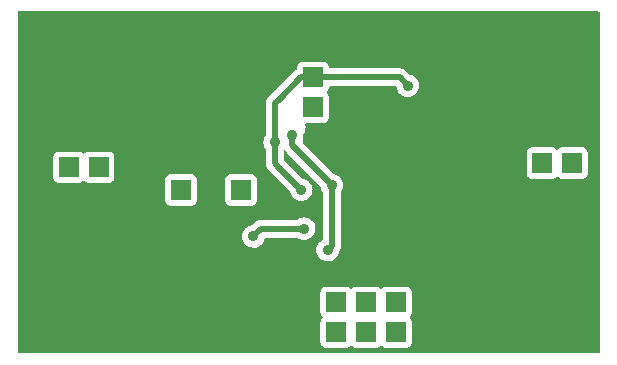
<source format=gbr>
%TF.GenerationSoftware,KiCad,Pcbnew,6.0.11+dfsg-1~bpo11+1*%
%TF.CreationDate,2023-04-12T15:09:52+00:00*%
%TF.ProjectId,PCRD01,50435244-3031-42e6-9b69-6361645f7063,01A*%
%TF.SameCoordinates,Original*%
%TF.FileFunction,Copper,L1,Top*%
%TF.FilePolarity,Positive*%
%FSLAX46Y46*%
G04 Gerber Fmt 4.6, Leading zero omitted, Abs format (unit mm)*
G04 Created by KiCad (PCBNEW 6.0.11+dfsg-1~bpo11+1) date 2023-04-12 15:09:52*
%MOMM*%
%LPD*%
G01*
G04 APERTURE LIST*
%TA.AperFunction,ComponentPad*%
%ADD10R,1.651000X1.651000*%
%TD*%
%TA.AperFunction,ComponentPad*%
%ADD11C,6.000000*%
%TD*%
%TA.AperFunction,ViaPad*%
%ADD12C,0.889000*%
%TD*%
%TA.AperFunction,Conductor*%
%ADD13C,0.400000*%
%TD*%
%TA.AperFunction,Conductor*%
%ADD14C,0.500000*%
%TD*%
G04 APERTURE END LIST*
D10*
%TO.P,J1,1,1*%
%TO.N,GND*%
X140458000Y-90709000D03*
%TO.P,J1,2,1*%
%TO.N,/+Ubias*%
X140458000Y-88169000D03*
%TO.P,J1,3,3*%
%TO.N,GND*%
X140458000Y-85629000D03*
%TO.P,J1,4*%
X137918000Y-85629000D03*
%TO.P,J1,5*%
%TO.N,/+Ubias*%
X137918000Y-88169000D03*
%TO.P,J1,6*%
%TO.N,GND*%
X137918000Y-90709000D03*
%TD*%
%TO.P,J2,1*%
%TO.N,GND*%
X158034800Y-102139000D03*
%TO.P,J2,2*%
%TO.N,V-*%
X160574800Y-102139000D03*
%TO.P,J2,3*%
%TO.N,V+*%
X163114800Y-102139000D03*
%TO.P,J2,4*%
%TO.N,V-*%
X165654800Y-102139000D03*
%TO.P,J2,5*%
%TO.N,GND*%
X168194800Y-102139000D03*
%TO.P,J2,6*%
X168194800Y-99599000D03*
%TO.P,J2,7*%
%TO.N,V-*%
X165654800Y-99599000D03*
%TO.P,J2,8*%
%TO.N,V+*%
X163114800Y-99599000D03*
%TO.P,J2,9*%
%TO.N,V-*%
X160574800Y-99599000D03*
%TO.P,J2,10*%
%TO.N,GND*%
X158034800Y-99599000D03*
%TD*%
%TO.P,J5,1,1*%
%TO.N,GND*%
X180564600Y-90353400D03*
%TO.P,J5,2,1*%
%TO.N,Net-(C14-Pad2)*%
X180564600Y-87813400D03*
%TO.P,J5,3,3*%
%TO.N,GND*%
X180564600Y-85273400D03*
%TO.P,J5,4*%
X178024600Y-85273400D03*
%TO.P,J5,5*%
%TO.N,Net-(C14-Pad2)*%
X178024600Y-87813400D03*
%TO.P,J5,6*%
%TO.N,GND*%
X178024600Y-90353400D03*
%TD*%
D11*
%TO.P,P4,1,P1*%
%TO.N,GND*%
X137918000Y-99599000D03*
%TD*%
D10*
%TO.P,J3,1,P1*%
%TO.N,/K*%
X147443000Y-90074000D03*
%TO.P,J3,2,PM*%
%TO.N,/A*%
X152523000Y-90074000D03*
%TD*%
D11*
%TO.P,P3,1,P1*%
%TO.N,GND*%
X137918000Y-79279000D03*
%TD*%
%TO.P,P1,1,P1*%
%TO.N,GND*%
X178558000Y-99599000D03*
%TD*%
%TO.P,P2,1,P1*%
%TO.N,GND*%
X178558000Y-79279000D03*
%TD*%
D10*
%TO.P,J4,1,P1*%
%TO.N,/#SHDN*%
X158619000Y-83089000D03*
%TO.P,J4,2,PM*%
%TO.N,V+*%
X158619000Y-80549000D03*
%TD*%
D12*
%TO.N,GND*%
X162657600Y-83089000D03*
X154961400Y-77196200D03*
X170684000Y-77780400D03*
X165680200Y-77297800D03*
X162683000Y-85629000D03*
X159914400Y-86391000D03*
X161184400Y-96144600D03*
X135733600Y-83698600D03*
X135733600Y-94773000D03*
X166518400Y-87356200D03*
X171293600Y-95865200D03*
X139200000Y-94600000D03*
X174951200Y-94493600D03*
X165413500Y-96360500D03*
X160955800Y-77399400D03*
X150135400Y-76764400D03*
X142210600Y-81082400D03*
%TO.N,V+*%
X157608447Y-90079311D03*
X155367800Y-86060800D03*
X166650000Y-81250000D03*
%TO.N,Net-(C4-Pad1)*%
X157857000Y-93363300D03*
X153564931Y-94014931D03*
%TO.N,V-*%
X159838200Y-95166700D03*
X160216002Y-89693000D03*
X156800000Y-85400000D03*
%TD*%
D13*
%TO.N,GND*%
X160752600Y-77196200D02*
X160955800Y-77399400D01*
X158034800Y-99599000D02*
X157298200Y-99599000D01*
X135733600Y-83698600D02*
X135987600Y-83698600D01*
X165197600Y-96144600D02*
X165413500Y-96360500D01*
%TO.N,V+*%
X159844500Y-80549000D02*
X160689748Y-80549000D01*
D14*
X166650000Y-81250000D02*
X165949000Y-80549000D01*
X155367800Y-86060800D02*
X155367800Y-82758800D01*
D13*
X158619000Y-80549000D02*
X159844500Y-80549000D01*
D14*
X155367800Y-87838664D02*
X155668517Y-88139381D01*
X155367800Y-86060800D02*
X155367800Y-87838664D01*
X157608447Y-90079311D02*
X155668517Y-88139381D01*
X158619000Y-80549000D02*
X165949000Y-80549000D01*
X155367800Y-82758800D02*
X155692499Y-82434101D01*
X155692499Y-82434101D02*
X157577600Y-80549000D01*
X160689748Y-80549000D02*
X157577600Y-80549000D01*
X165949000Y-80549000D02*
X160689748Y-80549000D01*
%TO.N,Net-(C4-Pad1)*%
X153564931Y-94014931D02*
X154216562Y-93363300D01*
X154216562Y-93363300D02*
X157857000Y-93363300D01*
%TO.N,V-*%
X160216002Y-89693000D02*
X160216002Y-94788898D01*
X156800000Y-85400000D02*
X156800000Y-86276998D01*
X160216002Y-94788898D02*
X159838200Y-95166700D01*
X156800000Y-86276998D02*
X160216002Y-89693000D01*
%TD*%
%TA.AperFunction,Conductor*%
%TO.N,GND*%
G36*
X182832691Y-74982407D02*
G01*
X182868655Y-75031907D01*
X182873500Y-75062500D01*
X182873500Y-103815500D01*
X182854593Y-103873691D01*
X182805093Y-103909655D01*
X182774500Y-103914500D01*
X133701500Y-103914500D01*
X133643309Y-103895593D01*
X133607345Y-103846093D01*
X133602500Y-103815500D01*
X133602500Y-103012634D01*
X159240800Y-103012634D01*
X159247555Y-103074816D01*
X159298685Y-103211205D01*
X159386039Y-103327761D01*
X159502595Y-103415115D01*
X159638984Y-103466245D01*
X159645156Y-103466915D01*
X159645158Y-103466916D01*
X159681137Y-103470824D01*
X159701166Y-103473000D01*
X161448434Y-103473000D01*
X161468463Y-103470824D01*
X161504442Y-103466916D01*
X161504444Y-103466915D01*
X161510616Y-103466245D01*
X161647005Y-103415115D01*
X161763561Y-103327761D01*
X161767791Y-103322117D01*
X161772778Y-103317130D01*
X161774463Y-103318815D01*
X161815601Y-103289845D01*
X161876780Y-103290748D01*
X161915252Y-103318700D01*
X161916822Y-103317130D01*
X161921809Y-103322117D01*
X161926039Y-103327761D01*
X162042595Y-103415115D01*
X162178984Y-103466245D01*
X162185156Y-103466915D01*
X162185158Y-103466916D01*
X162221137Y-103470824D01*
X162241166Y-103473000D01*
X163988434Y-103473000D01*
X164008463Y-103470824D01*
X164044442Y-103466916D01*
X164044444Y-103466915D01*
X164050616Y-103466245D01*
X164187005Y-103415115D01*
X164303561Y-103327761D01*
X164307791Y-103322117D01*
X164312778Y-103317130D01*
X164314463Y-103318815D01*
X164355601Y-103289845D01*
X164416780Y-103290748D01*
X164455252Y-103318700D01*
X164456822Y-103317130D01*
X164461809Y-103322117D01*
X164466039Y-103327761D01*
X164582595Y-103415115D01*
X164718984Y-103466245D01*
X164725156Y-103466915D01*
X164725158Y-103466916D01*
X164761137Y-103470824D01*
X164781166Y-103473000D01*
X166528434Y-103473000D01*
X166548463Y-103470824D01*
X166584442Y-103466916D01*
X166584444Y-103466915D01*
X166590616Y-103466245D01*
X166727005Y-103415115D01*
X166843561Y-103327761D01*
X166930915Y-103211205D01*
X166982045Y-103074816D01*
X166988800Y-103012634D01*
X166988800Y-101265366D01*
X166982045Y-101203184D01*
X166930915Y-101066795D01*
X166843561Y-100950239D01*
X166837917Y-100946009D01*
X166832930Y-100941022D01*
X166834615Y-100939337D01*
X166805645Y-100898199D01*
X166806548Y-100837020D01*
X166834500Y-100798548D01*
X166832930Y-100796978D01*
X166837917Y-100791991D01*
X166843561Y-100787761D01*
X166930915Y-100671205D01*
X166982045Y-100534816D01*
X166988800Y-100472634D01*
X166988800Y-98725366D01*
X166982045Y-98663184D01*
X166930915Y-98526795D01*
X166843561Y-98410239D01*
X166727005Y-98322885D01*
X166590616Y-98271755D01*
X166584444Y-98271085D01*
X166584442Y-98271084D01*
X166548463Y-98267176D01*
X166528434Y-98265000D01*
X164781166Y-98265000D01*
X164761137Y-98267176D01*
X164725158Y-98271084D01*
X164725156Y-98271085D01*
X164718984Y-98271755D01*
X164582595Y-98322885D01*
X164466039Y-98410239D01*
X164461809Y-98415883D01*
X164456822Y-98420870D01*
X164455137Y-98419185D01*
X164413999Y-98448155D01*
X164352820Y-98447252D01*
X164314348Y-98419300D01*
X164312778Y-98420870D01*
X164307791Y-98415883D01*
X164303561Y-98410239D01*
X164187005Y-98322885D01*
X164050616Y-98271755D01*
X164044444Y-98271085D01*
X164044442Y-98271084D01*
X164008463Y-98267176D01*
X163988434Y-98265000D01*
X162241166Y-98265000D01*
X162221137Y-98267176D01*
X162185158Y-98271084D01*
X162185156Y-98271085D01*
X162178984Y-98271755D01*
X162042595Y-98322885D01*
X161926039Y-98410239D01*
X161921809Y-98415883D01*
X161916822Y-98420870D01*
X161915137Y-98419185D01*
X161873999Y-98448155D01*
X161812820Y-98447252D01*
X161774348Y-98419300D01*
X161772778Y-98420870D01*
X161767791Y-98415883D01*
X161763561Y-98410239D01*
X161647005Y-98322885D01*
X161510616Y-98271755D01*
X161504444Y-98271085D01*
X161504442Y-98271084D01*
X161468463Y-98267176D01*
X161448434Y-98265000D01*
X159701166Y-98265000D01*
X159681137Y-98267176D01*
X159645158Y-98271084D01*
X159645156Y-98271085D01*
X159638984Y-98271755D01*
X159502595Y-98322885D01*
X159386039Y-98410239D01*
X159298685Y-98526795D01*
X159247555Y-98663184D01*
X159240800Y-98725366D01*
X159240800Y-100472634D01*
X159247555Y-100534816D01*
X159298685Y-100671205D01*
X159386039Y-100787761D01*
X159391683Y-100791991D01*
X159396670Y-100796978D01*
X159394985Y-100798663D01*
X159423955Y-100839801D01*
X159423052Y-100900980D01*
X159395100Y-100939452D01*
X159396670Y-100941022D01*
X159391683Y-100946009D01*
X159386039Y-100950239D01*
X159298685Y-101066795D01*
X159247555Y-101203184D01*
X159240800Y-101265366D01*
X159240800Y-103012634D01*
X133602500Y-103012634D01*
X133602500Y-94001561D01*
X152607413Y-94001561D01*
X152607818Y-94006381D01*
X152621712Y-94171838D01*
X152623052Y-94187798D01*
X152674567Y-94367451D01*
X152759995Y-94533677D01*
X152876083Y-94680143D01*
X152879763Y-94683275D01*
X152879765Y-94683277D01*
X152912795Y-94711388D01*
X153018409Y-94801273D01*
X153022631Y-94803633D01*
X153022636Y-94803636D01*
X153058124Y-94823469D01*
X153181552Y-94892450D01*
X153186150Y-94893944D01*
X153354693Y-94948707D01*
X153354695Y-94948708D01*
X153359298Y-94950203D01*
X153544876Y-94972332D01*
X153549698Y-94971961D01*
X153549701Y-94971961D01*
X153610697Y-94967267D01*
X153731218Y-94957994D01*
X153911227Y-94907735D01*
X153915545Y-94905554D01*
X154073724Y-94825652D01*
X154073726Y-94825651D01*
X154078045Y-94823469D01*
X154225318Y-94708406D01*
X154228480Y-94704743D01*
X154228485Y-94704738D01*
X154344274Y-94570594D01*
X154347438Y-94566929D01*
X154364173Y-94537471D01*
X154437363Y-94408632D01*
X154437364Y-94408629D01*
X154439752Y-94404426D01*
X154498745Y-94227088D01*
X154501107Y-94208392D01*
X154527158Y-94153030D01*
X154580775Y-94123554D01*
X154599326Y-94121800D01*
X157241339Y-94121800D01*
X157299530Y-94140707D01*
X157305501Y-94145406D01*
X157310478Y-94149642D01*
X157314700Y-94152002D01*
X157314705Y-94152005D01*
X157387069Y-94192447D01*
X157473621Y-94240819D01*
X157478219Y-94242313D01*
X157646762Y-94297076D01*
X157646764Y-94297077D01*
X157651367Y-94298572D01*
X157836945Y-94320701D01*
X157841767Y-94320330D01*
X157841770Y-94320330D01*
X157902766Y-94315636D01*
X158023287Y-94306363D01*
X158203296Y-94256104D01*
X158207614Y-94253923D01*
X158365793Y-94174021D01*
X158365795Y-94174020D01*
X158370114Y-94171838D01*
X158517387Y-94056775D01*
X158520549Y-94053112D01*
X158520554Y-94053107D01*
X158636343Y-93918963D01*
X158639507Y-93915298D01*
X158693277Y-93820646D01*
X158729432Y-93757001D01*
X158729433Y-93756998D01*
X158731821Y-93752795D01*
X158768577Y-93642305D01*
X158789287Y-93580048D01*
X158789288Y-93580046D01*
X158790814Y-93575457D01*
X158814238Y-93390038D01*
X158814611Y-93363300D01*
X158796373Y-93177299D01*
X158742355Y-92998383D01*
X158654615Y-92833366D01*
X158536493Y-92688535D01*
X158530558Y-92683625D01*
X158396216Y-92572488D01*
X158396214Y-92572487D01*
X158392489Y-92569405D01*
X158228089Y-92480514D01*
X158049554Y-92425248D01*
X158044744Y-92424742D01*
X158044742Y-92424742D01*
X157868501Y-92406218D01*
X157868499Y-92406218D01*
X157863685Y-92405712D01*
X157803781Y-92411164D01*
X157682382Y-92422212D01*
X157682379Y-92422213D01*
X157677562Y-92422651D01*
X157672920Y-92424017D01*
X157672916Y-92424018D01*
X157502920Y-92474051D01*
X157502917Y-92474052D01*
X157498273Y-92475419D01*
X157332647Y-92562005D01*
X157328871Y-92565041D01*
X157328868Y-92565043D01*
X157306592Y-92582954D01*
X157244558Y-92604800D01*
X154281583Y-92604800D01*
X154266694Y-92603674D01*
X154248902Y-92600967D01*
X154248898Y-92600967D01*
X154243213Y-92600102D01*
X154191386Y-92604317D01*
X154189458Y-92604474D01*
X154181433Y-92604800D01*
X154172269Y-92604800D01*
X154169425Y-92605132D01*
X154169417Y-92605132D01*
X154143572Y-92608145D01*
X154140136Y-92608485D01*
X154072661Y-92613973D01*
X154072657Y-92613974D01*
X154066925Y-92614440D01*
X154061452Y-92616213D01*
X154055813Y-92617340D01*
X154055791Y-92617230D01*
X154052166Y-92618020D01*
X154052192Y-92618129D01*
X154046596Y-92619452D01*
X154040881Y-92620118D01*
X154035473Y-92622081D01*
X153971822Y-92645185D01*
X153968554Y-92646307D01*
X153915708Y-92663427D01*
X153898663Y-92668949D01*
X153893748Y-92671932D01*
X153888516Y-92674327D01*
X153888470Y-92674226D01*
X153885124Y-92675828D01*
X153885175Y-92675930D01*
X153880039Y-92678502D01*
X153874625Y-92680467D01*
X153869809Y-92683624D01*
X153869808Y-92683625D01*
X153813209Y-92720733D01*
X153810287Y-92722577D01*
X153751227Y-92758415D01*
X153751223Y-92758418D01*
X153747454Y-92760705D01*
X153739078Y-92768103D01*
X153738958Y-92767967D01*
X153735800Y-92770446D01*
X153735931Y-92770602D01*
X153731518Y-92774292D01*
X153726710Y-92777444D01*
X153722757Y-92781617D01*
X153673218Y-92833911D01*
X153671351Y-92835830D01*
X153462986Y-93044195D01*
X153408469Y-93071972D01*
X153401954Y-93072784D01*
X153390312Y-93073843D01*
X153390307Y-93073844D01*
X153385493Y-93074282D01*
X153316136Y-93094695D01*
X153210851Y-93125682D01*
X153210848Y-93125683D01*
X153206204Y-93127050D01*
X153040578Y-93213636D01*
X153036802Y-93216672D01*
X153036799Y-93216674D01*
X152898698Y-93327711D01*
X152894926Y-93330744D01*
X152891817Y-93334449D01*
X152891814Y-93334452D01*
X152869923Y-93360541D01*
X152774793Y-93473912D01*
X152772461Y-93478155D01*
X152772459Y-93478157D01*
X152716445Y-93580048D01*
X152684757Y-93637688D01*
X152683294Y-93642301D01*
X152683292Y-93642305D01*
X152629710Y-93811215D01*
X152629709Y-93811221D01*
X152628246Y-93815832D01*
X152607413Y-94001561D01*
X133602500Y-94001561D01*
X133602500Y-90947634D01*
X146109000Y-90947634D01*
X146109289Y-90950293D01*
X146111423Y-90969934D01*
X146115755Y-91009816D01*
X146166885Y-91146205D01*
X146254239Y-91262761D01*
X146370795Y-91350115D01*
X146507184Y-91401245D01*
X146513356Y-91401915D01*
X146513358Y-91401916D01*
X146549337Y-91405824D01*
X146569366Y-91408000D01*
X148316634Y-91408000D01*
X148336663Y-91405824D01*
X148372642Y-91401916D01*
X148372644Y-91401915D01*
X148378816Y-91401245D01*
X148515205Y-91350115D01*
X148631761Y-91262761D01*
X148719115Y-91146205D01*
X148770245Y-91009816D01*
X148774578Y-90969934D01*
X148776711Y-90950293D01*
X148777000Y-90947634D01*
X151189000Y-90947634D01*
X151189289Y-90950293D01*
X151191423Y-90969934D01*
X151195755Y-91009816D01*
X151246885Y-91146205D01*
X151334239Y-91262761D01*
X151450795Y-91350115D01*
X151587184Y-91401245D01*
X151593356Y-91401915D01*
X151593358Y-91401916D01*
X151629337Y-91405824D01*
X151649366Y-91408000D01*
X153396634Y-91408000D01*
X153416663Y-91405824D01*
X153452642Y-91401916D01*
X153452644Y-91401915D01*
X153458816Y-91401245D01*
X153595205Y-91350115D01*
X153711761Y-91262761D01*
X153799115Y-91146205D01*
X153850245Y-91009816D01*
X153854578Y-90969934D01*
X153856711Y-90950293D01*
X153857000Y-90947634D01*
X153857000Y-89200366D01*
X153850245Y-89138184D01*
X153799115Y-89001795D01*
X153722153Y-88899105D01*
X153715991Y-88890883D01*
X153711761Y-88885239D01*
X153595205Y-88797885D01*
X153458816Y-88746755D01*
X153452644Y-88746085D01*
X153452642Y-88746084D01*
X153416663Y-88742176D01*
X153396634Y-88740000D01*
X151649366Y-88740000D01*
X151629337Y-88742176D01*
X151593358Y-88746084D01*
X151593356Y-88746085D01*
X151587184Y-88746755D01*
X151450795Y-88797885D01*
X151334239Y-88885239D01*
X151330009Y-88890883D01*
X151323847Y-88899105D01*
X151246885Y-89001795D01*
X151195755Y-89138184D01*
X151189000Y-89200366D01*
X151189000Y-90947634D01*
X148777000Y-90947634D01*
X148777000Y-89200366D01*
X148770245Y-89138184D01*
X148719115Y-89001795D01*
X148642153Y-88899105D01*
X148635991Y-88890883D01*
X148631761Y-88885239D01*
X148515205Y-88797885D01*
X148378816Y-88746755D01*
X148372644Y-88746085D01*
X148372642Y-88746084D01*
X148336663Y-88742176D01*
X148316634Y-88740000D01*
X146569366Y-88740000D01*
X146549337Y-88742176D01*
X146513358Y-88746084D01*
X146513356Y-88746085D01*
X146507184Y-88746755D01*
X146370795Y-88797885D01*
X146254239Y-88885239D01*
X146250009Y-88890883D01*
X146243847Y-88899105D01*
X146166885Y-89001795D01*
X146115755Y-89138184D01*
X146109000Y-89200366D01*
X146109000Y-90947634D01*
X133602500Y-90947634D01*
X133602500Y-89042634D01*
X136584000Y-89042634D01*
X136584289Y-89045293D01*
X136589362Y-89091989D01*
X136590755Y-89104816D01*
X136641885Y-89241205D01*
X136729239Y-89357761D01*
X136845795Y-89445115D01*
X136982184Y-89496245D01*
X136988356Y-89496915D01*
X136988358Y-89496916D01*
X137024337Y-89500824D01*
X137044366Y-89503000D01*
X138791634Y-89503000D01*
X138811663Y-89500824D01*
X138847642Y-89496916D01*
X138847644Y-89496915D01*
X138853816Y-89496245D01*
X138990205Y-89445115D01*
X139106761Y-89357761D01*
X139110991Y-89352117D01*
X139115978Y-89347130D01*
X139117663Y-89348815D01*
X139158801Y-89319845D01*
X139219980Y-89320748D01*
X139258452Y-89348700D01*
X139260022Y-89347130D01*
X139265009Y-89352117D01*
X139269239Y-89357761D01*
X139385795Y-89445115D01*
X139522184Y-89496245D01*
X139528356Y-89496915D01*
X139528358Y-89496916D01*
X139564337Y-89500824D01*
X139584366Y-89503000D01*
X141331634Y-89503000D01*
X141351663Y-89500824D01*
X141387642Y-89496916D01*
X141387644Y-89496915D01*
X141393816Y-89496245D01*
X141530205Y-89445115D01*
X141646761Y-89357761D01*
X141734115Y-89241205D01*
X141785245Y-89104816D01*
X141786639Y-89091989D01*
X141791711Y-89045293D01*
X141792000Y-89042634D01*
X141792000Y-87295366D01*
X141785245Y-87233184D01*
X141734115Y-87096795D01*
X141646761Y-86980239D01*
X141530205Y-86892885D01*
X141393816Y-86841755D01*
X141387644Y-86841085D01*
X141387642Y-86841084D01*
X141351663Y-86837176D01*
X141331634Y-86835000D01*
X139584366Y-86835000D01*
X139564337Y-86837176D01*
X139528358Y-86841084D01*
X139528356Y-86841085D01*
X139522184Y-86841755D01*
X139385795Y-86892885D01*
X139269239Y-86980239D01*
X139265009Y-86985883D01*
X139260022Y-86990870D01*
X139258337Y-86989185D01*
X139217199Y-87018155D01*
X139156020Y-87017252D01*
X139117548Y-86989300D01*
X139115978Y-86990870D01*
X139110991Y-86985883D01*
X139106761Y-86980239D01*
X138990205Y-86892885D01*
X138853816Y-86841755D01*
X138847644Y-86841085D01*
X138847642Y-86841084D01*
X138811663Y-86837176D01*
X138791634Y-86835000D01*
X137044366Y-86835000D01*
X137024337Y-86837176D01*
X136988358Y-86841084D01*
X136988356Y-86841085D01*
X136982184Y-86841755D01*
X136845795Y-86892885D01*
X136729239Y-86980239D01*
X136641885Y-87096795D01*
X136590755Y-87233184D01*
X136584000Y-87295366D01*
X136584000Y-89042634D01*
X133602500Y-89042634D01*
X133602500Y-86047430D01*
X154410282Y-86047430D01*
X154425921Y-86233667D01*
X154477436Y-86413320D01*
X154562864Y-86579546D01*
X154565875Y-86583344D01*
X154565875Y-86583345D01*
X154587885Y-86611114D01*
X154609300Y-86672608D01*
X154609300Y-87773637D01*
X154608174Y-87788526D01*
X154604601Y-87812013D01*
X154605068Y-87817749D01*
X154608974Y-87865776D01*
X154609300Y-87873802D01*
X154609300Y-87882957D01*
X154609632Y-87885802D01*
X154609632Y-87885808D01*
X154612644Y-87911644D01*
X154612984Y-87915080D01*
X154618940Y-87988301D01*
X154620714Y-87993776D01*
X154621840Y-87999413D01*
X154621730Y-87999435D01*
X154622520Y-88003060D01*
X154622629Y-88003034D01*
X154623952Y-88008630D01*
X154624618Y-88014345D01*
X154626581Y-88019753D01*
X154649685Y-88083404D01*
X154650807Y-88086672D01*
X154673449Y-88156563D01*
X154676432Y-88161478D01*
X154678827Y-88166710D01*
X154678726Y-88166756D01*
X154680328Y-88170102D01*
X154680430Y-88170051D01*
X154683002Y-88175186D01*
X154684967Y-88180601D01*
X154688125Y-88185417D01*
X154725246Y-88242036D01*
X154727087Y-88244955D01*
X154765205Y-88307771D01*
X154768125Y-88311077D01*
X154772603Y-88316148D01*
X154772455Y-88316279D01*
X154774936Y-88319434D01*
X154775102Y-88319295D01*
X154778792Y-88323708D01*
X154781944Y-88328516D01*
X154786117Y-88332469D01*
X154838411Y-88382008D01*
X154840330Y-88383875D01*
X156637095Y-90180640D01*
X156664872Y-90235157D01*
X156665744Y-90242362D01*
X156666568Y-90252178D01*
X156718083Y-90431831D01*
X156803511Y-90598057D01*
X156919599Y-90744523D01*
X156923279Y-90747655D01*
X156923281Y-90747657D01*
X156956311Y-90775768D01*
X157061925Y-90865653D01*
X157066147Y-90868013D01*
X157066152Y-90868016D01*
X157101640Y-90887849D01*
X157225068Y-90956830D01*
X157229666Y-90958324D01*
X157398209Y-91013087D01*
X157398211Y-91013088D01*
X157402814Y-91014583D01*
X157588392Y-91036712D01*
X157593214Y-91036341D01*
X157593217Y-91036341D01*
X157654213Y-91031647D01*
X157774734Y-91022374D01*
X157954743Y-90972115D01*
X157959061Y-90969934D01*
X158117240Y-90890032D01*
X158117242Y-90890031D01*
X158121561Y-90887849D01*
X158268834Y-90772786D01*
X158271996Y-90769123D01*
X158272001Y-90769118D01*
X158387790Y-90634974D01*
X158390954Y-90631309D01*
X158407689Y-90601851D01*
X158480879Y-90473012D01*
X158480880Y-90473009D01*
X158483268Y-90468806D01*
X158497118Y-90427174D01*
X158540734Y-90296059D01*
X158540735Y-90296057D01*
X158542261Y-90291468D01*
X158547834Y-90247358D01*
X158565337Y-90108801D01*
X158565685Y-90106049D01*
X158566058Y-90079311D01*
X158547820Y-89893310D01*
X158493802Y-89714394D01*
X158406062Y-89549377D01*
X158287940Y-89404546D01*
X158236500Y-89361991D01*
X158147663Y-89288499D01*
X158147661Y-89288498D01*
X158143936Y-89285416D01*
X157979536Y-89196525D01*
X157859321Y-89159312D01*
X157805622Y-89142689D01*
X157805618Y-89142688D01*
X157801001Y-89141259D01*
X157796192Y-89140754D01*
X157796189Y-89140753D01*
X157785265Y-89139605D01*
X157771140Y-89138121D01*
X157711484Y-89109667D01*
X156155296Y-87553479D01*
X156127519Y-87498962D01*
X156126300Y-87483475D01*
X156126300Y-86807671D01*
X156145207Y-86749480D01*
X156194707Y-86713516D01*
X156255893Y-86713516D01*
X156305393Y-86749480D01*
X156319481Y-86777160D01*
X156334609Y-86823857D01*
X156337592Y-86828772D01*
X156339987Y-86834004D01*
X156339886Y-86834050D01*
X156341488Y-86837396D01*
X156341590Y-86837345D01*
X156344162Y-86842480D01*
X156346127Y-86847895D01*
X156349285Y-86852711D01*
X156386406Y-86909330D01*
X156388247Y-86912249D01*
X156426365Y-86975065D01*
X156433763Y-86983442D01*
X156433615Y-86983573D01*
X156436096Y-86986728D01*
X156436262Y-86986589D01*
X156439952Y-86991002D01*
X156443104Y-86995810D01*
X156447277Y-86999763D01*
X156499571Y-87049302D01*
X156501490Y-87051169D01*
X159244650Y-89794329D01*
X159272427Y-89848846D01*
X159273299Y-89856051D01*
X159274123Y-89865867D01*
X159325638Y-90045520D01*
X159411066Y-90211746D01*
X159414077Y-90215544D01*
X159414077Y-90215545D01*
X159436087Y-90243314D01*
X159457502Y-90304808D01*
X159457502Y-94230348D01*
X159438595Y-94288539D01*
X159404368Y-94318082D01*
X159318144Y-94363158D01*
X159318139Y-94363161D01*
X159313847Y-94365405D01*
X159310071Y-94368441D01*
X159310068Y-94368443D01*
X159171967Y-94479480D01*
X159168195Y-94482513D01*
X159165086Y-94486218D01*
X159165083Y-94486221D01*
X159128880Y-94529366D01*
X159048062Y-94625681D01*
X159045730Y-94629924D01*
X159045728Y-94629926D01*
X158964514Y-94777656D01*
X158958026Y-94789457D01*
X158956563Y-94794070D01*
X158956561Y-94794074D01*
X158902979Y-94962984D01*
X158902978Y-94962990D01*
X158901515Y-94967601D01*
X158900975Y-94972415D01*
X158892929Y-95044150D01*
X158880682Y-95153330D01*
X158881087Y-95158150D01*
X158894903Y-95322675D01*
X158896321Y-95339567D01*
X158947836Y-95519220D01*
X159033264Y-95685446D01*
X159149352Y-95831912D01*
X159153032Y-95835044D01*
X159153034Y-95835046D01*
X159186064Y-95863157D01*
X159291678Y-95953042D01*
X159295900Y-95955402D01*
X159295905Y-95955405D01*
X159331393Y-95975238D01*
X159454821Y-96044219D01*
X159459419Y-96045713D01*
X159627962Y-96100476D01*
X159627964Y-96100477D01*
X159632567Y-96101972D01*
X159818145Y-96124101D01*
X159822967Y-96123730D01*
X159822970Y-96123730D01*
X159883966Y-96119036D01*
X160004487Y-96109763D01*
X160184496Y-96059504D01*
X160188814Y-96057323D01*
X160346993Y-95977421D01*
X160346995Y-95977420D01*
X160351314Y-95975238D01*
X160498587Y-95860175D01*
X160501749Y-95856512D01*
X160501754Y-95856507D01*
X160617543Y-95722363D01*
X160620707Y-95718698D01*
X160637442Y-95689240D01*
X160710632Y-95560401D01*
X160710633Y-95560398D01*
X160713021Y-95556195D01*
X160772014Y-95378857D01*
X160772621Y-95374053D01*
X160779112Y-95322675D01*
X160799684Y-95273668D01*
X160801594Y-95271254D01*
X160803736Y-95268641D01*
X160851335Y-95212613D01*
X160853949Y-95207494D01*
X160857144Y-95202704D01*
X160857236Y-95202765D01*
X160859239Y-95199645D01*
X160859145Y-95199587D01*
X160862170Y-95194690D01*
X160865736Y-95190182D01*
X160882960Y-95153330D01*
X160896843Y-95123624D01*
X160898361Y-95120519D01*
X160902204Y-95112993D01*
X160931771Y-95055090D01*
X160933139Y-95049500D01*
X160935143Y-95044111D01*
X160935247Y-95044150D01*
X160936479Y-95040652D01*
X160936372Y-95040617D01*
X160938186Y-95035164D01*
X160940624Y-95029948D01*
X160955591Y-94957994D01*
X160956336Y-94954699D01*
X160973810Y-94883288D01*
X160974502Y-94872134D01*
X160974729Y-94872148D01*
X160975197Y-94868162D01*
X160974960Y-94868141D01*
X160975471Y-94862419D01*
X160976643Y-94856783D01*
X160974538Y-94778986D01*
X160974502Y-94776308D01*
X160974502Y-90309615D01*
X160992604Y-90252549D01*
X160995345Y-90248664D01*
X160998509Y-90244998D01*
X161000902Y-90240786D01*
X161088434Y-90086701D01*
X161088435Y-90086698D01*
X161090823Y-90082495D01*
X161104673Y-90040863D01*
X161148289Y-89909748D01*
X161148290Y-89909746D01*
X161149816Y-89905157D01*
X161155389Y-89861047D01*
X161172892Y-89722490D01*
X161173240Y-89719738D01*
X161173613Y-89693000D01*
X161155375Y-89506999D01*
X161101357Y-89328083D01*
X161013617Y-89163066D01*
X160895495Y-89018235D01*
X160876065Y-89002161D01*
X160755218Y-88902188D01*
X160755216Y-88902187D01*
X160751491Y-88899105D01*
X160587091Y-88810214D01*
X160528929Y-88792210D01*
X160413177Y-88756378D01*
X160413173Y-88756377D01*
X160408556Y-88754948D01*
X160403747Y-88754443D01*
X160403744Y-88754442D01*
X160392820Y-88753294D01*
X160378695Y-88751810D01*
X160319039Y-88723356D01*
X160282717Y-88687034D01*
X176690600Y-88687034D01*
X176697355Y-88749216D01*
X176748485Y-88885605D01*
X176835839Y-89002161D01*
X176952395Y-89089515D01*
X177088784Y-89140645D01*
X177094956Y-89141315D01*
X177094958Y-89141316D01*
X177122963Y-89144358D01*
X177150966Y-89147400D01*
X178898234Y-89147400D01*
X178926237Y-89144358D01*
X178954242Y-89141316D01*
X178954244Y-89141315D01*
X178960416Y-89140645D01*
X179096805Y-89089515D01*
X179213361Y-89002161D01*
X179217591Y-88996517D01*
X179222578Y-88991530D01*
X179224263Y-88993215D01*
X179265401Y-88964245D01*
X179326580Y-88965148D01*
X179365052Y-88993100D01*
X179366622Y-88991530D01*
X179371609Y-88996517D01*
X179375839Y-89002161D01*
X179492395Y-89089515D01*
X179628784Y-89140645D01*
X179634956Y-89141315D01*
X179634958Y-89141316D01*
X179662963Y-89144358D01*
X179690966Y-89147400D01*
X181438234Y-89147400D01*
X181466237Y-89144358D01*
X181494242Y-89141316D01*
X181494244Y-89141315D01*
X181500416Y-89140645D01*
X181636805Y-89089515D01*
X181753361Y-89002161D01*
X181840715Y-88885605D01*
X181891845Y-88749216D01*
X181898600Y-88687034D01*
X181898600Y-86939766D01*
X181893507Y-86892885D01*
X181892516Y-86883758D01*
X181892515Y-86883756D01*
X181891845Y-86877584D01*
X181840715Y-86741195D01*
X181753361Y-86624639D01*
X181636805Y-86537285D01*
X181500416Y-86486155D01*
X181494244Y-86485485D01*
X181494242Y-86485484D01*
X181458263Y-86481576D01*
X181438234Y-86479400D01*
X179690966Y-86479400D01*
X179670937Y-86481576D01*
X179634958Y-86485484D01*
X179634956Y-86485485D01*
X179628784Y-86486155D01*
X179492395Y-86537285D01*
X179375839Y-86624639D01*
X179371609Y-86630283D01*
X179366622Y-86635270D01*
X179364937Y-86633585D01*
X179323799Y-86662555D01*
X179262620Y-86661652D01*
X179224148Y-86633700D01*
X179222578Y-86635270D01*
X179217591Y-86630283D01*
X179213361Y-86624639D01*
X179096805Y-86537285D01*
X178960416Y-86486155D01*
X178954244Y-86485485D01*
X178954242Y-86485484D01*
X178918263Y-86481576D01*
X178898234Y-86479400D01*
X177150966Y-86479400D01*
X177130937Y-86481576D01*
X177094958Y-86485484D01*
X177094956Y-86485485D01*
X177088784Y-86486155D01*
X176952395Y-86537285D01*
X176835839Y-86624639D01*
X176748485Y-86741195D01*
X176697355Y-86877584D01*
X176696685Y-86883756D01*
X176696684Y-86883758D01*
X176695693Y-86892885D01*
X176690600Y-86939766D01*
X176690600Y-88687034D01*
X160282717Y-88687034D01*
X157816456Y-86220773D01*
X157788679Y-86166256D01*
X157787460Y-86150769D01*
X157787460Y-85366775D01*
X157805562Y-85309709D01*
X157808303Y-85305824D01*
X157811467Y-85302158D01*
X157903781Y-85139655D01*
X157962774Y-84962317D01*
X157986198Y-84776898D01*
X157986571Y-84750160D01*
X157968333Y-84564159D01*
X157964243Y-84550611D01*
X157965527Y-84489439D01*
X158002521Y-84440704D01*
X158059019Y-84423000D01*
X159492634Y-84423000D01*
X159512663Y-84420824D01*
X159548642Y-84416916D01*
X159548644Y-84416915D01*
X159554816Y-84416245D01*
X159593600Y-84401706D01*
X159684606Y-84367589D01*
X159684607Y-84367589D01*
X159691205Y-84365115D01*
X159807761Y-84277761D01*
X159895115Y-84161205D01*
X159946245Y-84024816D01*
X159953000Y-83962634D01*
X159953000Y-82215366D01*
X159946245Y-82153184D01*
X159902443Y-82036342D01*
X159897589Y-82023394D01*
X159897589Y-82023393D01*
X159895115Y-82016795D01*
X159807761Y-81900239D01*
X159802117Y-81896009D01*
X159797130Y-81891022D01*
X159798815Y-81889337D01*
X159769845Y-81848199D01*
X159770748Y-81787020D01*
X159798700Y-81748548D01*
X159797130Y-81746978D01*
X159802117Y-81741991D01*
X159807761Y-81737761D01*
X159895115Y-81621205D01*
X159946245Y-81484816D01*
X159953000Y-81422634D01*
X159953000Y-81406500D01*
X159971907Y-81348309D01*
X160021407Y-81312345D01*
X160052000Y-81307500D01*
X165593811Y-81307500D01*
X165652002Y-81326407D01*
X165663815Y-81336496D01*
X165678648Y-81351329D01*
X165706425Y-81405846D01*
X165707297Y-81413051D01*
X165708121Y-81422867D01*
X165759636Y-81602520D01*
X165780800Y-81643701D01*
X165834684Y-81748548D01*
X165845064Y-81768746D01*
X165961152Y-81915212D01*
X165964832Y-81918344D01*
X165964834Y-81918346D01*
X165997864Y-81946457D01*
X166103478Y-82036342D01*
X166107700Y-82038702D01*
X166107705Y-82038705D01*
X166142529Y-82058167D01*
X166266621Y-82127519D01*
X166271219Y-82129013D01*
X166439762Y-82183776D01*
X166439764Y-82183777D01*
X166444367Y-82185272D01*
X166629945Y-82207401D01*
X166634767Y-82207030D01*
X166634770Y-82207030D01*
X166695766Y-82202336D01*
X166816287Y-82193063D01*
X166996296Y-82142804D01*
X167000614Y-82140623D01*
X167158793Y-82060721D01*
X167158795Y-82060720D01*
X167163114Y-82058538D01*
X167310387Y-81943475D01*
X167313549Y-81939812D01*
X167313554Y-81939807D01*
X167429343Y-81805663D01*
X167432507Y-81801998D01*
X167449242Y-81772540D01*
X167522432Y-81643701D01*
X167522433Y-81643698D01*
X167524821Y-81639495D01*
X167530906Y-81621205D01*
X167582287Y-81466748D01*
X167582288Y-81466746D01*
X167583814Y-81462157D01*
X167589387Y-81418047D01*
X167606890Y-81279490D01*
X167607238Y-81276738D01*
X167607611Y-81250000D01*
X167589373Y-81063999D01*
X167535355Y-80885083D01*
X167447615Y-80720066D01*
X167329493Y-80575235D01*
X167185489Y-80456105D01*
X167021089Y-80367214D01*
X166962927Y-80349210D01*
X166847175Y-80313378D01*
X166847171Y-80313377D01*
X166842554Y-80311948D01*
X166837745Y-80311443D01*
X166837742Y-80311442D01*
X166826818Y-80310294D01*
X166812693Y-80308810D01*
X166753037Y-80280356D01*
X166531319Y-80058638D01*
X166521588Y-80047313D01*
X166510922Y-80032819D01*
X166510915Y-80032811D01*
X166507508Y-80028182D01*
X166503126Y-80024460D01*
X166503124Y-80024457D01*
X166466408Y-79993265D01*
X166460502Y-79987821D01*
X166454021Y-79981340D01*
X166431364Y-79963415D01*
X166428728Y-79961254D01*
X166372715Y-79913667D01*
X166367596Y-79911053D01*
X166362806Y-79907858D01*
X166362867Y-79907766D01*
X166359747Y-79905763D01*
X166359689Y-79905857D01*
X166354792Y-79902832D01*
X166350284Y-79899266D01*
X166345078Y-79896833D01*
X166345075Y-79896831D01*
X166283726Y-79868159D01*
X166280621Y-79866641D01*
X166241085Y-79846453D01*
X166215192Y-79833231D01*
X166209602Y-79831863D01*
X166204213Y-79829859D01*
X166204252Y-79829755D01*
X166200752Y-79828523D01*
X166200717Y-79828629D01*
X166195262Y-79826814D01*
X166190050Y-79824378D01*
X166184422Y-79823207D01*
X166184412Y-79823204D01*
X166118127Y-79809417D01*
X166114758Y-79808655D01*
X166047673Y-79792240D01*
X166043390Y-79791192D01*
X166032236Y-79790500D01*
X166032250Y-79790269D01*
X166028265Y-79789802D01*
X166028244Y-79790042D01*
X166022511Y-79789530D01*
X166016885Y-79788360D01*
X166011143Y-79788515D01*
X166011139Y-79788515D01*
X165939110Y-79790464D01*
X165936433Y-79790500D01*
X160052000Y-79790500D01*
X159993809Y-79771593D01*
X159957845Y-79722093D01*
X159953000Y-79691500D01*
X159953000Y-79675366D01*
X159946245Y-79613184D01*
X159895115Y-79476795D01*
X159807761Y-79360239D01*
X159691205Y-79272885D01*
X159554816Y-79221755D01*
X159548644Y-79221085D01*
X159548642Y-79221084D01*
X159512663Y-79217176D01*
X159492634Y-79215000D01*
X157745366Y-79215000D01*
X157725337Y-79217176D01*
X157689358Y-79221084D01*
X157689356Y-79221085D01*
X157683184Y-79221755D01*
X157546795Y-79272885D01*
X157430239Y-79360239D01*
X157342885Y-79476795D01*
X157291755Y-79613184D01*
X157285000Y-79675366D01*
X157285000Y-79781063D01*
X157266093Y-79839254D01*
X157235195Y-79865454D01*
X157235663Y-79866167D01*
X157174247Y-79906433D01*
X157171325Y-79908277D01*
X157112265Y-79944115D01*
X157112261Y-79944118D01*
X157108492Y-79946405D01*
X157100116Y-79953803D01*
X157099996Y-79953667D01*
X157096838Y-79956146D01*
X157096969Y-79956302D01*
X157092556Y-79959992D01*
X157087748Y-79963144D01*
X157059214Y-79993265D01*
X157034256Y-80019611D01*
X157032389Y-80021530D01*
X154877438Y-82176481D01*
X154866113Y-82186212D01*
X154851619Y-82196878D01*
X154851611Y-82196885D01*
X154846982Y-82200292D01*
X154843260Y-82204674D01*
X154843257Y-82204676D01*
X154812065Y-82241392D01*
X154806621Y-82247298D01*
X154800140Y-82253779D01*
X154798361Y-82256028D01*
X154798358Y-82256031D01*
X154782219Y-82276431D01*
X154780054Y-82279072D01*
X154732467Y-82335085D01*
X154729853Y-82340204D01*
X154726658Y-82344994D01*
X154726566Y-82344933D01*
X154724563Y-82348053D01*
X154724657Y-82348111D01*
X154721632Y-82353008D01*
X154718066Y-82357516D01*
X154715633Y-82362722D01*
X154715631Y-82362725D01*
X154686959Y-82424074D01*
X154685441Y-82427179D01*
X154652031Y-82492608D01*
X154650663Y-82498198D01*
X154648659Y-82503587D01*
X154648555Y-82503548D01*
X154647323Y-82507048D01*
X154647429Y-82507083D01*
X154645614Y-82512538D01*
X154643178Y-82517750D01*
X154642007Y-82523378D01*
X154642004Y-82523388D01*
X154628217Y-82589673D01*
X154627455Y-82593042D01*
X154609992Y-82664410D01*
X154609300Y-82675564D01*
X154609069Y-82675550D01*
X154608602Y-82679535D01*
X154608842Y-82679556D01*
X154608330Y-82685289D01*
X154607160Y-82690915D01*
X154607315Y-82696657D01*
X154607315Y-82696661D01*
X154609264Y-82768690D01*
X154609300Y-82771367D01*
X154609300Y-85446043D01*
X154590393Y-85504234D01*
X154586137Y-85509680D01*
X154580779Y-85516065D01*
X154580774Y-85516072D01*
X154577662Y-85519781D01*
X154487626Y-85683557D01*
X154486163Y-85688170D01*
X154486161Y-85688174D01*
X154432579Y-85857084D01*
X154432578Y-85857090D01*
X154431115Y-85861701D01*
X154410282Y-86047430D01*
X133602500Y-86047430D01*
X133602500Y-75062500D01*
X133621407Y-75004309D01*
X133670907Y-74968345D01*
X133701500Y-74963500D01*
X182774500Y-74963500D01*
X182832691Y-74982407D01*
G37*
%TD.AperFunction*%
%TD*%
M02*

</source>
